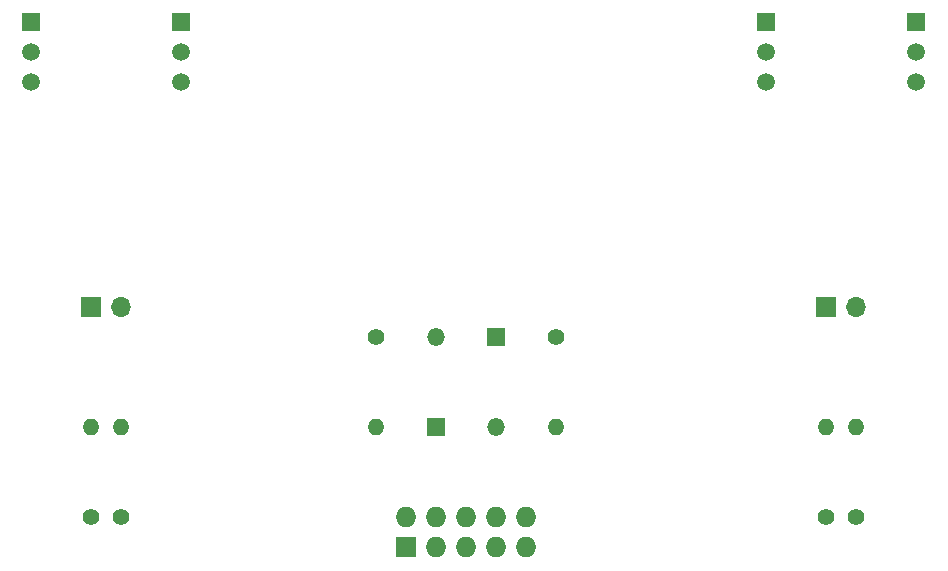
<source format=gbr>
%TF.GenerationSoftware,KiCad,Pcbnew,(5.1.7)-1*%
%TF.CreationDate,2020-11-11T16:50:08-07:00*%
%TF.ProjectId,transistor_matcher,7472616e-7369-4737-946f-725f6d617463,rev?*%
%TF.SameCoordinates,Original*%
%TF.FileFunction,Copper,L1,Top*%
%TF.FilePolarity,Positive*%
%FSLAX46Y46*%
G04 Gerber Fmt 4.6, Leading zero omitted, Abs format (unit mm)*
G04 Created by KiCad (PCBNEW (5.1.7)-1) date 2020-11-11 16:50:08*
%MOMM*%
%LPD*%
G01*
G04 APERTURE LIST*
%TA.AperFunction,ComponentPad*%
%ADD10O,1.700000X1.700000*%
%TD*%
%TA.AperFunction,ComponentPad*%
%ADD11R,1.700000X1.700000*%
%TD*%
%TA.AperFunction,ComponentPad*%
%ADD12R,1.500000X1.500000*%
%TD*%
%TA.AperFunction,ComponentPad*%
%ADD13C,1.500000*%
%TD*%
%TA.AperFunction,ComponentPad*%
%ADD14O,1.500000X1.500000*%
%TD*%
%TA.AperFunction,ComponentPad*%
%ADD15O,1.727200X1.727200*%
%TD*%
%TA.AperFunction,ComponentPad*%
%ADD16R,1.727200X1.727200*%
%TD*%
%TA.AperFunction,ComponentPad*%
%ADD17O,1.400000X1.400000*%
%TD*%
%TA.AperFunction,ComponentPad*%
%ADD18C,1.400000*%
%TD*%
G04 APERTURE END LIST*
D10*
%TO.P,TP2,2*%
%TO.N,Net-(Q4-Pad3)*%
X177215000Y-100938276D03*
D11*
%TO.P,TP2,1*%
%TO.N,Net-(Q3-Pad3)*%
X174675000Y-100938276D03*
%TD*%
D10*
%TO.P,TP1,2*%
%TO.N,Net-(Q2-Pad3)*%
X114985000Y-100938276D03*
D11*
%TO.P,TP1,1*%
%TO.N,Net-(Q1-Pad3)*%
X112445000Y-100938276D03*
%TD*%
D12*
%TO.P,Q4,1*%
%TO.N,GND*%
X182295000Y-76808276D03*
D13*
%TO.P,Q4,3*%
%TO.N,Net-(Q4-Pad3)*%
X182295000Y-81888276D03*
%TO.P,Q4,2*%
%TO.N,Net-(D2-Pad1)*%
X182295000Y-79348276D03*
%TD*%
D12*
%TO.P,Q3,1*%
%TO.N,GND*%
X169595000Y-76808276D03*
D13*
%TO.P,Q3,3*%
%TO.N,Net-(Q3-Pad3)*%
X169595000Y-81888276D03*
%TO.P,Q3,2*%
%TO.N,Net-(D2-Pad1)*%
X169595000Y-79348276D03*
%TD*%
D12*
%TO.P,Q2,1*%
%TO.N,GND*%
X120065000Y-76808276D03*
D13*
%TO.P,Q2,3*%
%TO.N,Net-(Q2-Pad3)*%
X120065000Y-81888276D03*
%TO.P,Q2,2*%
%TO.N,Net-(D1-Pad2)*%
X120065000Y-79348276D03*
%TD*%
D12*
%TO.P,Q1,1*%
%TO.N,GND*%
X107365000Y-76808276D03*
D13*
%TO.P,Q1,3*%
%TO.N,Net-(Q1-Pad3)*%
X107365000Y-81888276D03*
%TO.P,Q1,2*%
%TO.N,Net-(D1-Pad2)*%
X107365000Y-79348276D03*
%TD*%
D14*
%TO.P,D2,2*%
%TO.N,GND*%
X146735000Y-111098276D03*
D12*
%TO.P,D2,1*%
%TO.N,Net-(D2-Pad1)*%
X146735000Y-103478276D03*
%TD*%
D14*
%TO.P,D1,2*%
%TO.N,Net-(D1-Pad2)*%
X141655000Y-103478276D03*
D12*
%TO.P,D1,1*%
%TO.N,GND*%
X141655000Y-111098276D03*
%TD*%
D15*
%TO.P,J1,10*%
%TO.N,+12V*%
X149275000Y-118718276D03*
%TO.P,J1,9*%
X149275000Y-121258276D03*
%TO.P,J1,8*%
%TO.N,GND*%
X146735000Y-118718276D03*
%TO.P,J1,7*%
X146735000Y-121258276D03*
%TO.P,J1,6*%
X144195000Y-118718276D03*
%TO.P,J1,5*%
X144195000Y-121258276D03*
%TO.P,J1,4*%
X141655000Y-118718276D03*
%TO.P,J1,3*%
X141655000Y-121258276D03*
%TO.P,J1,2*%
%TO.N,-12V*%
X139115000Y-118718276D03*
D16*
%TO.P,J1,1*%
X139115000Y-121258276D03*
%TD*%
D17*
%TO.P,R6,2*%
%TO.N,Net-(Q4-Pad3)*%
X177215000Y-111098276D03*
D18*
%TO.P,R6,1*%
%TO.N,+12V*%
X177215000Y-118718276D03*
%TD*%
D17*
%TO.P,R5,2*%
%TO.N,Net-(Q3-Pad3)*%
X174675000Y-111098276D03*
D18*
%TO.P,R5,1*%
%TO.N,+12V*%
X174675000Y-118718276D03*
%TD*%
D17*
%TO.P,R4,2*%
%TO.N,-12V*%
X151815000Y-111098276D03*
D18*
%TO.P,R4,1*%
%TO.N,Net-(D2-Pad1)*%
X151815000Y-103478276D03*
%TD*%
D17*
%TO.P,R3,2*%
%TO.N,Net-(Q2-Pad3)*%
X114985000Y-111098276D03*
D18*
%TO.P,R3,1*%
%TO.N,-12V*%
X114985000Y-118718276D03*
%TD*%
D17*
%TO.P,R2,2*%
%TO.N,Net-(Q1-Pad3)*%
X112445000Y-111098276D03*
D18*
%TO.P,R2,1*%
%TO.N,-12V*%
X112445000Y-118718276D03*
%TD*%
D17*
%TO.P,R1,2*%
%TO.N,+12V*%
X136575000Y-111098276D03*
D18*
%TO.P,R1,1*%
%TO.N,Net-(D1-Pad2)*%
X136575000Y-103478276D03*
%TD*%
M02*

</source>
